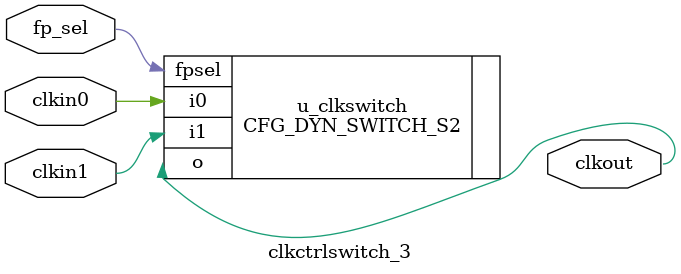
<source format=v>

module clkctrlswitch_3(
    clkin0,
    clkin1,
    fp_sel,
    clkout
);

input clkin0;
input clkin1;
input fp_sel;
output clkout;

CFG_DYN_SWITCH_S2 #(
        .SEL (2'b11),
        .gclk_mux (3)
)
u_clkswitch (
        .o (clkout),
        .i0 (clkin0),
        .i1 (clkin1),
        .fpsel (fp_sel)
);

endmodule

// ============================================================
//                  clkctrlswitch Setting
//
// Warning: This part is read by Fuxi, please don't modify it.
// ============================================================
// Device          : H1D03N0L144C7
// Module          : clkctrlswitch_3
// IP core         : clkctrlswitch
// IP Version      : 1

// Mux             : 3
// Simulation Files: 
// Synthesis Files : 

</source>
